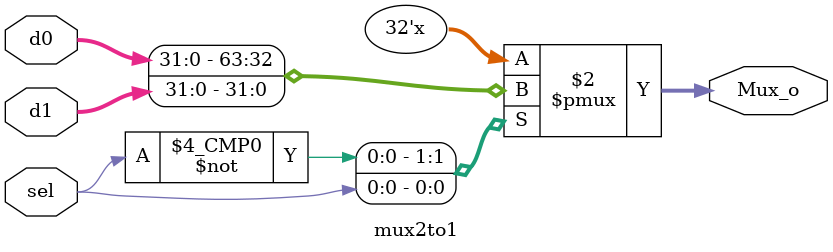
<source format=v>
module mux2to1
#(
	parameter N = 32
)
(
	input				  sel,
	input		[N-1:0] d0,
	input		[N-1:0] d1,	
	output reg [N-1:0] Mux_o
);

	always @(*) begin
		case (sel)
			0 : Mux_o = d0;
			1 : Mux_o = d1;
			endcase
		end
	endmodule 
</source>
